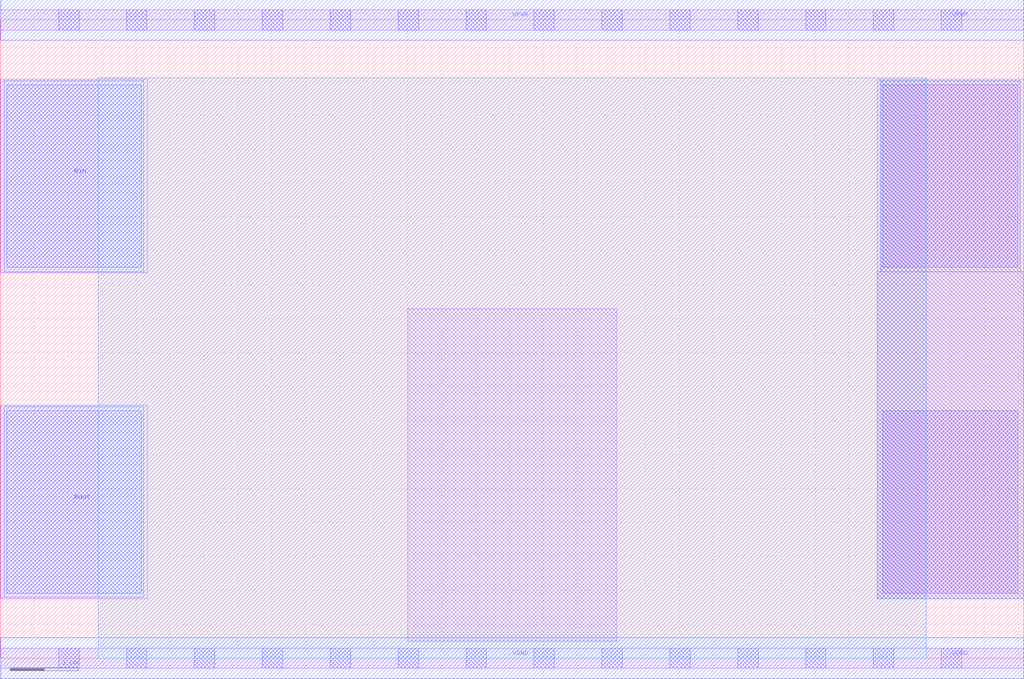
<source format=lef>
VERSION 5.7 ;
  NOWIREEXTENSIONATPIN ON ;
  DIVIDERCHAR "/" ;
  BUSBITCHARS "[]" ;
MACRO sky130_asc_res_2
  CLASS CORE ;
  FOREIGN sky130_asc_res_2 ;
  ORIGIN 0.000 0.000 ;
  SIZE 15.070 BY 9.400 ;
  SITE unitasc ;
  PIN Rin
    DIRECTION INOUT ;
    PORT
      LAYER li1 ;
        RECT 0.005 5.675 2.165 8.525 ;
      LAYER mcon ;
        RECT 0.095 5.755 2.080 8.445 ;
      LAYER met1 ;
        RECT 0.060 5.695 2.110 8.505 ;
    END
  END Rin
  PIN Rout
    DIRECTION INOUT ;
    PORT
      LAYER li1 ;
        RECT 0.005 0.875 2.165 3.725 ;
      LAYER mcon ;
        RECT 0.095 0.955 2.080 3.645 ;
      LAYER met1 ;
        RECT 0.060 0.895 2.110 3.705 ;
    END
  END Rout
  PIN VPWR
    DIRECTION INOUT ;
    USE POWER ;
    PORT
      LAYER li1 ;
        RECT 0.010 9.250 15.070 9.550 ;
      LAYER mcon ;
        RECT 0.860 9.250 1.160 9.550 ;
        RECT 1.860 9.250 2.160 9.550 ;
        RECT 2.860 9.250 3.160 9.550 ;
        RECT 3.860 9.250 4.160 9.550 ;
        RECT 4.860 9.250 5.160 9.550 ;
        RECT 5.860 9.250 6.160 9.550 ;
        RECT 6.860 9.250 7.160 9.550 ;
        RECT 7.860 9.250 8.160 9.550 ;
        RECT 8.860 9.250 9.160 9.550 ;
        RECT 9.860 9.250 10.160 9.550 ;
        RECT 10.860 9.250 11.160 9.550 ;
        RECT 11.860 9.250 12.160 9.550 ;
        RECT 12.860 9.250 13.160 9.550 ;
        RECT 13.860 9.250 14.160 9.550 ;
      LAYER met1 ;
        RECT 0.010 9.100 15.070 9.700 ;
    END
  END VPWR
  PIN VGND
    DIRECTION INOUT ;
    USE GROUND ;
    PORT
      LAYER li1 ;
        RECT 0.010 -0.150 15.070 0.150 ;
      LAYER mcon ;
        RECT 0.860 -0.150 1.160 0.150 ;
        RECT 1.860 -0.150 2.160 0.150 ;
        RECT 2.860 -0.150 3.160 0.150 ;
        RECT 3.860 -0.150 4.160 0.150 ;
        RECT 4.860 -0.150 5.160 0.150 ;
        RECT 5.860 -0.150 6.160 0.150 ;
        RECT 6.860 -0.150 7.160 0.150 ;
        RECT 7.860 -0.150 8.160 0.150 ;
        RECT 8.860 -0.150 9.160 0.150 ;
        RECT 9.860 -0.150 10.160 0.150 ;
        RECT 10.860 -0.150 11.160 0.150 ;
        RECT 11.860 -0.150 12.160 0.150 ;
        RECT 12.860 -0.150 13.160 0.150 ;
        RECT 13.860 -0.150 14.160 0.150 ;
      LAYER met1 ;
        RECT 0.010 -0.300 15.070 0.300 ;
    END
  END VGND
  OBS
      LAYER pwell ;
        RECT 1.440 0.000 13.640 8.550 ;
      LAYER li1 ;
        RECT 6.000 0.250 9.080 5.150 ;
        RECT 12.915 0.875 15.075 8.525 ;
      LAYER mcon ;
        RECT 13.000 5.755 14.985 8.445 ;
        RECT 13.000 0.955 14.985 3.645 ;
      LAYER met1 ;
        RECT 12.970 5.695 15.020 8.505 ;
        RECT 12.915 0.875 15.075 5.695 ;
  END
END sky130_asc_res_2
END LIBRARY


</source>
